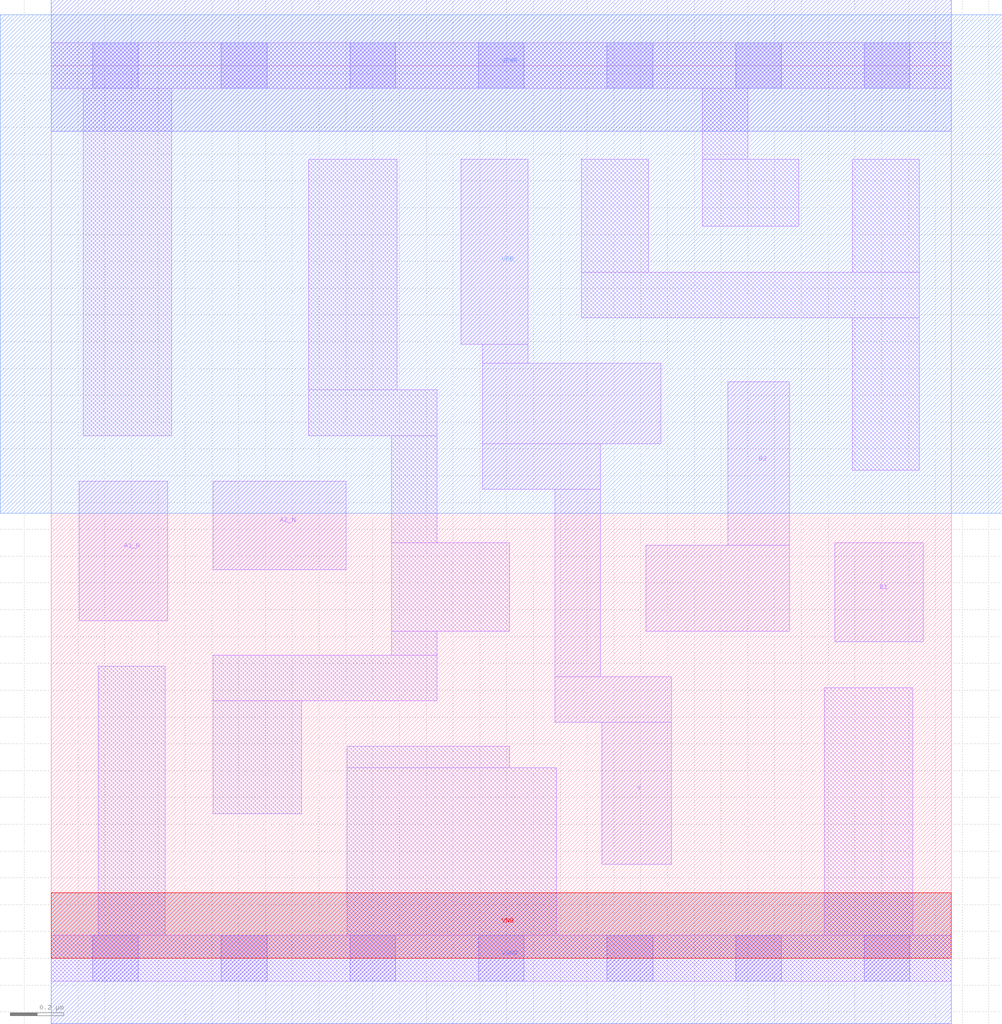
<source format=lef>
# Copyright 2020 The SkyWater PDK Authors
#
# Licensed under the Apache License, Version 2.0 (the "License");
# you may not use this file except in compliance with the License.
# You may obtain a copy of the License at
#
#     https://www.apache.org/licenses/LICENSE-2.0
#
# Unless required by applicable law or agreed to in writing, software
# distributed under the License is distributed on an "AS IS" BASIS,
# WITHOUT WARRANTIES OR CONDITIONS OF ANY KIND, either express or implied.
# See the License for the specific language governing permissions and
# limitations under the License.
#
# SPDX-License-Identifier: Apache-2.0

VERSION 5.7 ;
  NOWIREEXTENSIONATPIN ON ;
  DIVIDERCHAR "/" ;
  BUSBITCHARS "[]" ;
MACRO sky130_fd_sc_ls__a2bb2oi_1
  CLASS CORE ;
  FOREIGN sky130_fd_sc_ls__a2bb2oi_1 ;
  ORIGIN  0.000000  0.000000 ;
  SIZE  3.360000 BY  3.330000 ;
  SYMMETRY X Y ;
  SITE unit ;
  PIN A1_N
    ANTENNAGATEAREA  0.232500 ;
    DIRECTION INPUT ;
    USE SIGNAL ;
    PORT
      LAYER li1 ;
        RECT 0.105000 1.260000 0.435000 1.780000 ;
    END
  END A1_N
  PIN A2_N
    ANTENNAGATEAREA  0.232500 ;
    DIRECTION INPUT ;
    USE SIGNAL ;
    PORT
      LAYER li1 ;
        RECT 0.605000 1.450000 1.100000 1.780000 ;
    END
  END A2_N
  PIN B1
    ANTENNAGATEAREA  0.279000 ;
    DIRECTION INPUT ;
    USE SIGNAL ;
    PORT
      LAYER li1 ;
        RECT 2.925000 1.180000 3.255000 1.550000 ;
    END
  END B1
  PIN B2
    ANTENNAGATEAREA  0.279000 ;
    DIRECTION INPUT ;
    USE SIGNAL ;
    PORT
      LAYER li1 ;
        RECT 2.220000 1.220000 2.755000 1.540000 ;
        RECT 2.525000 1.540000 2.755000 2.150000 ;
    END
  END B2
  PIN VNB
    PORT
      LAYER pwell ;
        RECT 0.000000 0.000000 3.360000 0.245000 ;
    END
  END VNB
  PIN VPB
    PORT
      LAYER nwell ;
        RECT -0.190000 1.660000 3.550000 3.520000 ;
    END
  END VPB
  PIN Y
    ANTENNADIFFAREA  0.515200 ;
    DIRECTION OUTPUT ;
    USE SIGNAL ;
    PORT
      LAYER li1 ;
        RECT 1.530000 2.290000 1.780000 2.980000 ;
        RECT 1.610000 1.750000 2.050000 1.920000 ;
        RECT 1.610000 1.920000 2.275000 2.220000 ;
        RECT 1.610000 2.220000 1.780000 2.290000 ;
        RECT 1.880000 0.880000 2.315000 1.050000 ;
        RECT 1.880000 1.050000 2.050000 1.750000 ;
        RECT 2.055000 0.350000 2.315000 0.880000 ;
    END
  END Y
  PIN VGND
    DIRECTION INOUT ;
    SHAPE ABUTMENT ;
    USE GROUND ;
    PORT
      LAYER met1 ;
        RECT 0.000000 -0.245000 3.360000 0.245000 ;
    END
  END VGND
  PIN VPWR
    DIRECTION INOUT ;
    SHAPE ABUTMENT ;
    USE POWER ;
    PORT
      LAYER met1 ;
        RECT 0.000000 3.085000 3.360000 3.575000 ;
    END
  END VPWR
  OBS
    LAYER li1 ;
      RECT 0.000000 -0.085000 3.360000 0.085000 ;
      RECT 0.000000  3.245000 3.360000 3.415000 ;
      RECT 0.120000  1.950000 0.450000 3.245000 ;
      RECT 0.175000  0.085000 0.425000 1.090000 ;
      RECT 0.605000  0.540000 0.935000 0.960000 ;
      RECT 0.605000  0.960000 1.440000 1.130000 ;
      RECT 0.960000  1.950000 1.440000 2.120000 ;
      RECT 0.960000  2.120000 1.290000 2.980000 ;
      RECT 1.105000  0.085000 1.885000 0.710000 ;
      RECT 1.105000  0.710000 1.710000 0.790000 ;
      RECT 1.270000  1.130000 1.440000 1.220000 ;
      RECT 1.270000  1.220000 1.710000 1.550000 ;
      RECT 1.270000  1.550000 1.440000 1.950000 ;
      RECT 1.980000  2.390000 3.240000 2.560000 ;
      RECT 1.980000  2.560000 2.230000 2.980000 ;
      RECT 2.430000  2.730000 2.790000 2.980000 ;
      RECT 2.430000  2.980000 2.600000 3.245000 ;
      RECT 2.885000  0.085000 3.215000 1.010000 ;
      RECT 2.990000  1.820000 3.240000 2.390000 ;
      RECT 2.990000  2.560000 3.240000 2.980000 ;
    LAYER mcon ;
      RECT 0.155000 -0.085000 0.325000 0.085000 ;
      RECT 0.155000  3.245000 0.325000 3.415000 ;
      RECT 0.635000 -0.085000 0.805000 0.085000 ;
      RECT 0.635000  3.245000 0.805000 3.415000 ;
      RECT 1.115000 -0.085000 1.285000 0.085000 ;
      RECT 1.115000  3.245000 1.285000 3.415000 ;
      RECT 1.595000 -0.085000 1.765000 0.085000 ;
      RECT 1.595000  3.245000 1.765000 3.415000 ;
      RECT 2.075000 -0.085000 2.245000 0.085000 ;
      RECT 2.075000  3.245000 2.245000 3.415000 ;
      RECT 2.555000 -0.085000 2.725000 0.085000 ;
      RECT 2.555000  3.245000 2.725000 3.415000 ;
      RECT 3.035000 -0.085000 3.205000 0.085000 ;
      RECT 3.035000  3.245000 3.205000 3.415000 ;
  END
END sky130_fd_sc_ls__a2bb2oi_1
END LIBRARY

</source>
